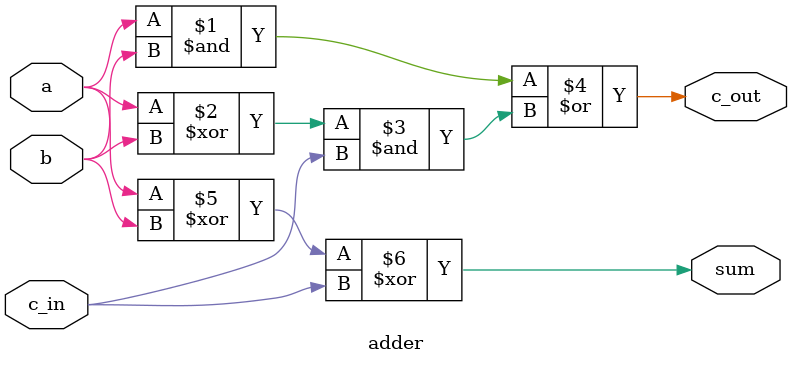
<source format=sv>
module ex2 ( input logic clk,rst,c_in,
				input logic [7:0] a,
				output logic carry_out,ovr,
				output logic [7:0] out);
				
 logic [7:0] a_ff;
 logic [7:0] f_ff;
 logic c_out,overflow;
 always_ff @(posedge clk) begin
 if (!rst)
	out <= 8'b00000000;
else 
	out <= f_ff;
	end 
 always_ff @(posedge clk) begin 
  a_ff <= a;
  carry_out <= c_out;
  ovr <= overflow;
  end
overflow2 ovrfl (.a(a_ff),.b(out),.c_in(c_in),.sum(f_ff),.v(overflow), .c_out(c_out));
endmodule



module overflow2 (
		input logic [7:0] a,b,c_in,
		output logic [7:0] c_out, sum,
		output logic v,c);
adder add0 (.a(a[0]),.b(b[0]^ c_in),.c_in(c_in),.c_out(c_out[0]),.sum(sum[0]));
adder add1 (.a(a[1]),.b(b[1]^ c_in),.c_in(c_out[0]),.c_out(c_out[1]),.sum(sum[1]));
adder add2 (.a(a[2]),.b(b[2]^ c_in),.c_in(c_out[1]),.c_out(c_out[2]),.sum(sum[2]));
adder add3 (.a(a[3]),.b(b[3]^ c_in),.c_in(c_out[2]),.c_out(c_out[3]),.sum(sum[3]));
adder add4 (.a(a[4]),.b(b[4]^ c_in),.c_in(c_out[3]),.c_out(c_out[4]),.sum(sum[4]));
adder add5 (.a(a[5]),.b(b[5]^ c_in),.c_in(c_out[4]),.c_out(c_out[5]),.sum(sum[5]));
adder add6 (.a(a[6]),.b(b[6]^ c_in),.c_in(c_out[5]),.c_out(c_out[6]),.sum(sum[6]));
adder add7 (.a(a[7]),.b(b[7]^ c_in),.c_in(c_out[6]),.c_out(c_out[7]),.sum(sum[7]));
		assign v = c_out[6] ^ c_out[7];
		assign c = c_out[7];
		endmodule
		
module adder (	
	input logic a,b,c_in,
	output logic c_out, sum);
		assign c_out = (a & b)  | (a ^ b ) & c_in;
		assign sum = a ^ b ^ c_in;
			
	endmodule 
	

</source>
